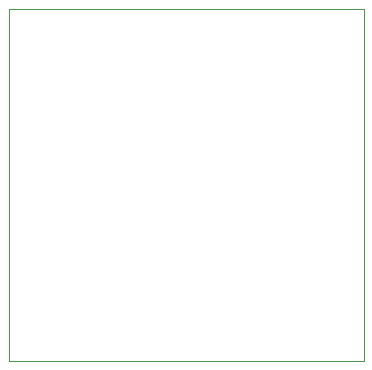
<source format=gbr>
G04 #@! TF.GenerationSoftware,KiCad,Pcbnew,5.1.6-c6e7f7d~86~ubuntu18.04.1*
G04 #@! TF.CreationDate,2020-06-11T15:17:01+02:00*
G04 #@! TF.ProjectId,sci2can,73636932-6361-46e2-9e6b-696361645f70,1.02*
G04 #@! TF.SameCoordinates,Original*
G04 #@! TF.FileFunction,Profile,NP*
%FSLAX46Y46*%
G04 Gerber Fmt 4.6, Leading zero omitted, Abs format (unit mm)*
G04 Created by KiCad (PCBNEW 5.1.6-c6e7f7d~86~ubuntu18.04.1) date 2020-06-11 15:17:01*
%MOMM*%
%LPD*%
G01*
G04 APERTURE LIST*
G04 #@! TA.AperFunction,Profile*
%ADD10C,0.050000*%
G04 #@! TD*
G04 APERTURE END LIST*
D10*
X196050000Y-105500000D02*
X196050000Y-75700000D01*
X226050000Y-105500000D02*
X196050000Y-105500000D01*
X226050000Y-75700000D02*
X226050000Y-105500000D01*
X196050000Y-75700000D02*
X226050000Y-75700000D01*
M02*

</source>
